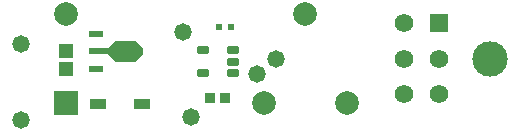
<source format=gbs>
G04*
G04 #@! TF.GenerationSoftware,Altium Limited,Altium Designer,23.8.1 (32)*
G04*
G04 Layer_Color=16711935*
%FSLAX44Y44*%
%MOMM*%
G71*
G04*
G04 #@! TF.SameCoordinates,9B814528-EFA3-4082-B0EB-4300BE4F3D03*
G04*
G04*
G04 #@! TF.FilePolarity,Negative*
G04*
G01*
G75*
%ADD21C,1.5700*%
%ADD22R,1.5700X1.5700*%
%ADD23C,3.0000*%
%ADD24C,2.0000*%
%ADD25R,2.0000X2.0000*%
%ADD26C,1.4732*%
%ADD39R,0.4750X0.5000*%
%ADD41R,0.8549X0.9062*%
%ADD44C,1.6200*%
%ADD45R,1.2000X0.5000*%
G04:AMPARAMS|DCode=46|XSize=0.7532mm|YSize=1.0032mm|CornerRadius=0.1511mm|HoleSize=0mm|Usage=FLASHONLY|Rotation=90.000|XOffset=0mm|YOffset=0mm|HoleType=Round|Shape=RoundedRectangle|*
%AMROUNDEDRECTD46*
21,1,0.7532,0.7010,0,0,90.0*
21,1,0.4510,1.0032,0,0,90.0*
1,1,0.3022,0.3505,0.2255*
1,1,0.3022,0.3505,-0.2255*
1,1,0.3022,-0.3505,-0.2255*
1,1,0.3022,-0.3505,0.2255*
%
%ADD46ROUNDEDRECTD46*%
%ADD47R,1.4032X0.9032*%
%ADD48R,1.1532X1.1532*%
G36*
X451480Y1226540D02*
Y1221540D01*
X444980Y1215040D01*
X427980D01*
X421480Y1221540D01*
X405480D01*
Y1226540D01*
X421480D01*
X427980Y1233040D01*
X444980D01*
X451480Y1226540D01*
D02*
G37*
D21*
X672030Y1187930D02*
D03*
Y1217930D02*
D03*
Y1247930D02*
D03*
X702030Y1187930D02*
D03*
Y1217930D02*
D03*
D22*
Y1247930D02*
D03*
D23*
X745230Y1217930D02*
D03*
D24*
X385660Y1255430D02*
D03*
X623660Y1180430D02*
D03*
X553660D02*
D03*
X588660Y1255430D02*
D03*
D25*
X385660Y1180430D02*
D03*
D26*
X485140Y1240790D02*
D03*
X547370Y1205230D02*
D03*
X563880Y1217930D02*
D03*
X491490Y1168400D02*
D03*
X347980Y1230630D02*
D03*
Y1165860D02*
D03*
D39*
X525825Y1244600D02*
D03*
X515575D02*
D03*
D41*
X508093Y1184910D02*
D03*
X520606D02*
D03*
D44*
X433044Y1224040D02*
D03*
D45*
X411480Y1239040D02*
D03*
Y1209040D02*
D03*
D46*
X527100Y1224890D02*
D03*
Y1215390D02*
D03*
Y1205890D02*
D03*
X501600D02*
D03*
Y1224890D02*
D03*
D47*
X413300Y1179830D02*
D03*
X450300D02*
D03*
D48*
X386080Y1209160D02*
D03*
Y1224160D02*
D03*
M02*

</source>
